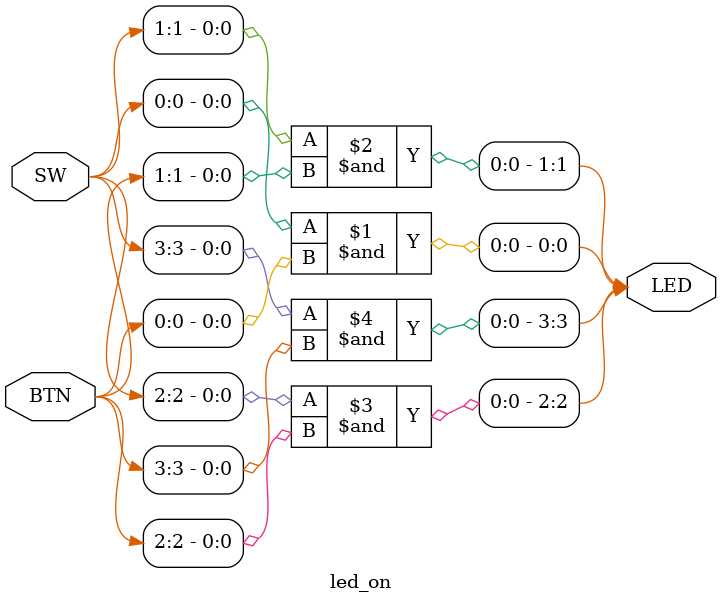
<source format=v>
`timescale 1ns/1ps

module led_on(
	input		[3:0] SW,
  input		[3:0] BTN,
  output	[3:0] LED
);
    
  assign LED[0] = SW[0] & BTN[0];
  assign LED[1] = SW[1] & BTN[1];
  assign LED[2] = SW[2] & BTN[2];
  assign LED[3] = SW[3] & BTN[3];
     
endmodule
	

</source>
